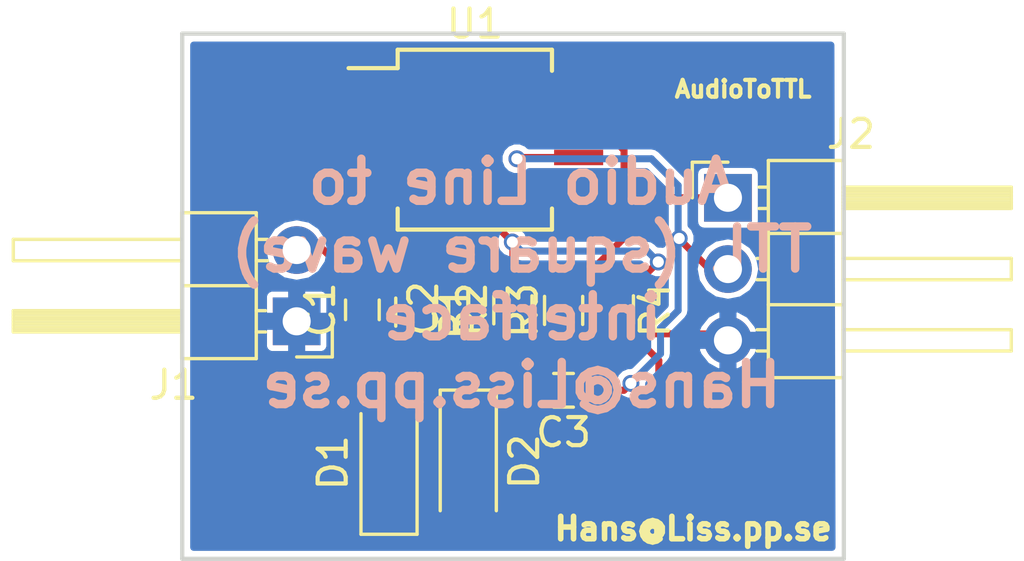
<source format=kicad_pcb>
(kicad_pcb (version 4) (host pcbnew 4.0.7)

  (general
    (links 20)
    (no_connects 0)
    (area 133.589959 97.491479 157.321321 116.361281)
    (thickness 1.6)
    (drawings 7)
    (tracks 92)
    (zones 0)
    (modules 12)
    (nets 12)
  )

  (page A4)
  (layers
    (0 F.Cu signal)
    (31 B.Cu signal)
    (32 B.Adhes user)
    (33 F.Adhes user)
    (34 B.Paste user)
    (35 F.Paste user)
    (36 B.SilkS user)
    (37 F.SilkS user)
    (38 B.Mask user)
    (39 F.Mask user)
    (40 Dwgs.User user)
    (41 Cmts.User user)
    (42 Eco1.User user)
    (43 Eco2.User user)
    (44 Edge.Cuts user)
    (45 Margin user)
    (46 B.CrtYd user)
    (47 F.CrtYd user)
    (48 B.Fab user)
    (49 F.Fab user)
  )

  (setup
    (last_trace_width 0.25)
    (trace_clearance 0.2)
    (zone_clearance 0.208)
    (zone_45_only no)
    (trace_min 0.2)
    (segment_width 0.2)
    (edge_width 0.15)
    (via_size 0.6)
    (via_drill 0.4)
    (via_min_size 0.4)
    (via_min_drill 0.3)
    (uvia_size 0.3)
    (uvia_drill 0.1)
    (uvias_allowed no)
    (uvia_min_size 0.2)
    (uvia_min_drill 0.1)
    (pcb_text_width 0.3)
    (pcb_text_size 1.5 1.5)
    (mod_edge_width 0.15)
    (mod_text_size 1 1)
    (mod_text_width 0.15)
    (pad_size 1.524 1.524)
    (pad_drill 0.762)
    (pad_to_mask_clearance 0.2)
    (aux_axis_origin 0 0)
    (visible_elements 7FFFFFFF)
    (pcbplotparams
      (layerselection 0x3d3f0_80000001)
      (usegerberextensions false)
      (excludeedgelayer true)
      (linewidth 0.100000)
      (plotframeref false)
      (viasonmask false)
      (mode 1)
      (useauxorigin false)
      (hpglpennumber 1)
      (hpglpenspeed 20)
      (hpglpendiameter 15)
      (hpglpenoverlay 2)
      (psnegative false)
      (psa4output false)
      (plotreference true)
      (plotvalue true)
      (plotinvisibletext false)
      (padsonsilk false)
      (subtractmaskfromsilk false)
      (outputformat 1)
      (mirror false)
      (drillshape 0)
      (scaleselection 1)
      (outputdirectory Gerber/))
  )

  (net 0 "")
  (net 1 /LINE_IN)
  (net 2 "Net-(C1-Pad1)")
  (net 3 "Net-(C2-Pad2)")
  (net 4 "Net-(C2-Pad1)")
  (net 5 /DOUT)
  (net 6 GND)
  (net 7 VCC)
  (net 8 "Net-(R2-Pad2)")
  (net 9 "Net-(U1-Pad1)")
  (net 10 "Net-(U1-Pad5)")
  (net 11 "Net-(U1-Pad8)")

  (net_class Default "This is the default net class."
    (clearance 0.2)
    (trace_width 0.25)
    (via_dia 0.6)
    (via_drill 0.4)
    (uvia_dia 0.3)
    (uvia_drill 0.1)
    (add_net /DOUT)
    (add_net /LINE_IN)
    (add_net GND)
    (add_net "Net-(C1-Pad1)")
    (add_net "Net-(C2-Pad1)")
    (add_net "Net-(C2-Pad2)")
    (add_net "Net-(R2-Pad2)")
    (add_net "Net-(U1-Pad1)")
    (add_net "Net-(U1-Pad5)")
    (add_net "Net-(U1-Pad8)")
    (add_net VCC)
  )

  (module Capacitors_SMD:C_0603 (layer F.Cu) (tedit 59958EE7) (tstamp 5B4A7B6D)
    (at 140.08608 107.41152 90)
    (descr "Capacitor SMD 0603, reflow soldering, AVX (see smccp.pdf)")
    (tags "capacitor 0603")
    (path /5B4B088C)
    (attr smd)
    (fp_text reference C1 (at 0 -1.5 90) (layer F.SilkS)
      (effects (font (size 1 1) (thickness 0.15)))
    )
    (fp_text value 22nF (at 0 1.5 90) (layer F.Fab)
      (effects (font (size 1 1) (thickness 0.15)))
    )
    (fp_line (start 1.4 0.65) (end -1.4 0.65) (layer F.CrtYd) (width 0.05))
    (fp_line (start 1.4 0.65) (end 1.4 -0.65) (layer F.CrtYd) (width 0.05))
    (fp_line (start -1.4 -0.65) (end -1.4 0.65) (layer F.CrtYd) (width 0.05))
    (fp_line (start -1.4 -0.65) (end 1.4 -0.65) (layer F.CrtYd) (width 0.05))
    (fp_line (start 0.35 0.6) (end -0.35 0.6) (layer F.SilkS) (width 0.12))
    (fp_line (start -0.35 -0.6) (end 0.35 -0.6) (layer F.SilkS) (width 0.12))
    (fp_line (start -0.8 -0.4) (end 0.8 -0.4) (layer F.Fab) (width 0.1))
    (fp_line (start 0.8 -0.4) (end 0.8 0.4) (layer F.Fab) (width 0.1))
    (fp_line (start 0.8 0.4) (end -0.8 0.4) (layer F.Fab) (width 0.1))
    (fp_line (start -0.8 0.4) (end -0.8 -0.4) (layer F.Fab) (width 0.1))
    (fp_text user %R (at 0 0 90) (layer F.Fab)
      (effects (font (size 0.3 0.3) (thickness 0.075)))
    )
    (pad 2 smd rect (at 0.75 0 90) (size 0.8 0.75) (layers F.Cu F.Paste F.Mask)
      (net 1 /LINE_IN))
    (pad 1 smd rect (at -0.75 0 90) (size 0.8 0.75) (layers F.Cu F.Paste F.Mask)
      (net 2 "Net-(C1-Pad1)"))
    (model Capacitors_SMD.3dshapes/C_0603.wrl
      (at (xyz 0 0 0))
      (scale (xyz 1 1 1))
      (rotate (xyz 0 0 0))
    )
  )

  (module Capacitors_SMD:C_0603 (layer F.Cu) (tedit 59958EE7) (tstamp 5B4A7B73)
    (at 143.764 107.37088 90)
    (descr "Capacitor SMD 0603, reflow soldering, AVX (see smccp.pdf)")
    (tags "capacitor 0603")
    (path /5B4B090F)
    (attr smd)
    (fp_text reference C2 (at 0 -1.5 90) (layer F.SilkS)
      (effects (font (size 1 1) (thickness 0.15)))
    )
    (fp_text value 22n (at 0 1.5 90) (layer F.Fab)
      (effects (font (size 1 1) (thickness 0.15)))
    )
    (fp_line (start 1.4 0.65) (end -1.4 0.65) (layer F.CrtYd) (width 0.05))
    (fp_line (start 1.4 0.65) (end 1.4 -0.65) (layer F.CrtYd) (width 0.05))
    (fp_line (start -1.4 -0.65) (end -1.4 0.65) (layer F.CrtYd) (width 0.05))
    (fp_line (start -1.4 -0.65) (end 1.4 -0.65) (layer F.CrtYd) (width 0.05))
    (fp_line (start 0.35 0.6) (end -0.35 0.6) (layer F.SilkS) (width 0.12))
    (fp_line (start -0.35 -0.6) (end 0.35 -0.6) (layer F.SilkS) (width 0.12))
    (fp_line (start -0.8 -0.4) (end 0.8 -0.4) (layer F.Fab) (width 0.1))
    (fp_line (start 0.8 -0.4) (end 0.8 0.4) (layer F.Fab) (width 0.1))
    (fp_line (start 0.8 0.4) (end -0.8 0.4) (layer F.Fab) (width 0.1))
    (fp_line (start -0.8 0.4) (end -0.8 -0.4) (layer F.Fab) (width 0.1))
    (fp_text user %R (at 0 0 90) (layer F.Fab)
      (effects (font (size 0.3 0.3) (thickness 0.075)))
    )
    (pad 2 smd rect (at 0.75 0 90) (size 0.8 0.75) (layers F.Cu F.Paste F.Mask)
      (net 3 "Net-(C2-Pad2)"))
    (pad 1 smd rect (at -0.75 0 90) (size 0.8 0.75) (layers F.Cu F.Paste F.Mask)
      (net 4 "Net-(C2-Pad1)"))
    (model Capacitors_SMD.3dshapes/C_0603.wrl
      (at (xyz 0 0 0))
      (scale (xyz 1 1 1))
      (rotate (xyz 0 0 0))
    )
  )

  (module Capacitors_SMD:C_0603 (layer F.Cu) (tedit 59958EE7) (tstamp 5B4A7B79)
    (at 147.2565 110.27918 180)
    (descr "Capacitor SMD 0603, reflow soldering, AVX (see smccp.pdf)")
    (tags "capacitor 0603")
    (path /5B4B0A48)
    (attr smd)
    (fp_text reference C3 (at 0 -1.5 180) (layer F.SilkS)
      (effects (font (size 1 1) (thickness 0.15)))
    )
    (fp_text value 3p3 (at 0 1.5 180) (layer F.Fab)
      (effects (font (size 1 1) (thickness 0.15)))
    )
    (fp_line (start 1.4 0.65) (end -1.4 0.65) (layer F.CrtYd) (width 0.05))
    (fp_line (start 1.4 0.65) (end 1.4 -0.65) (layer F.CrtYd) (width 0.05))
    (fp_line (start -1.4 -0.65) (end -1.4 0.65) (layer F.CrtYd) (width 0.05))
    (fp_line (start -1.4 -0.65) (end 1.4 -0.65) (layer F.CrtYd) (width 0.05))
    (fp_line (start 0.35 0.6) (end -0.35 0.6) (layer F.SilkS) (width 0.12))
    (fp_line (start -0.35 -0.6) (end 0.35 -0.6) (layer F.SilkS) (width 0.12))
    (fp_line (start -0.8 -0.4) (end 0.8 -0.4) (layer F.Fab) (width 0.1))
    (fp_line (start 0.8 -0.4) (end 0.8 0.4) (layer F.Fab) (width 0.1))
    (fp_line (start 0.8 0.4) (end -0.8 0.4) (layer F.Fab) (width 0.1))
    (fp_line (start -0.8 0.4) (end -0.8 -0.4) (layer F.Fab) (width 0.1))
    (fp_text user %R (at 0 0 180) (layer F.Fab)
      (effects (font (size 0.3 0.3) (thickness 0.075)))
    )
    (pad 2 smd rect (at 0.75 0 180) (size 0.8 0.75) (layers F.Cu F.Paste F.Mask)
      (net 4 "Net-(C2-Pad1)"))
    (pad 1 smd rect (at -0.75 0 180) (size 0.8 0.75) (layers F.Cu F.Paste F.Mask)
      (net 5 /DOUT))
    (model Capacitors_SMD.3dshapes/C_0603.wrl
      (at (xyz 0 0 0))
      (scale (xyz 1 1 1))
      (rotate (xyz 0 0 0))
    )
  )

  (module Diodes_SMD:D_MiniMELF (layer F.Cu) (tedit 5905D8F5) (tstamp 5B4A7B7F)
    (at 141.03604 112.86236 90)
    (descr "Diode Mini-MELF")
    (tags "Diode Mini-MELF")
    (path /5B4B0AB5)
    (attr smd)
    (fp_text reference D1 (at 0 -2 90) (layer F.SilkS)
      (effects (font (size 1 1) (thickness 0.15)))
    )
    (fp_text value DUS (at 0 1.75 90) (layer F.Fab)
      (effects (font (size 1 1) (thickness 0.15)))
    )
    (fp_text user %R (at 0 -2 90) (layer F.Fab)
      (effects (font (size 1 1) (thickness 0.15)))
    )
    (fp_line (start 1.75 -1) (end -2.55 -1) (layer F.SilkS) (width 0.12))
    (fp_line (start -2.55 -1) (end -2.55 1) (layer F.SilkS) (width 0.12))
    (fp_line (start -2.55 1) (end 1.75 1) (layer F.SilkS) (width 0.12))
    (fp_line (start 1.65 -0.8) (end 1.65 0.8) (layer F.Fab) (width 0.1))
    (fp_line (start 1.65 0.8) (end -1.65 0.8) (layer F.Fab) (width 0.1))
    (fp_line (start -1.65 0.8) (end -1.65 -0.8) (layer F.Fab) (width 0.1))
    (fp_line (start -1.65 -0.8) (end 1.65 -0.8) (layer F.Fab) (width 0.1))
    (fp_line (start 0.25 0) (end 0.75 0) (layer F.Fab) (width 0.1))
    (fp_line (start 0.25 0.4) (end -0.35 0) (layer F.Fab) (width 0.1))
    (fp_line (start 0.25 -0.4) (end 0.25 0.4) (layer F.Fab) (width 0.1))
    (fp_line (start -0.35 0) (end 0.25 -0.4) (layer F.Fab) (width 0.1))
    (fp_line (start -0.35 0) (end -0.35 0.55) (layer F.Fab) (width 0.1))
    (fp_line (start -0.35 0) (end -0.35 -0.55) (layer F.Fab) (width 0.1))
    (fp_line (start -0.75 0) (end -0.35 0) (layer F.Fab) (width 0.1))
    (fp_line (start -2.65 -1.1) (end 2.65 -1.1) (layer F.CrtYd) (width 0.05))
    (fp_line (start 2.65 -1.1) (end 2.65 1.1) (layer F.CrtYd) (width 0.05))
    (fp_line (start 2.65 1.1) (end -2.65 1.1) (layer F.CrtYd) (width 0.05))
    (fp_line (start -2.65 1.1) (end -2.65 -1.1) (layer F.CrtYd) (width 0.05))
    (pad 1 smd rect (at -1.75 0 90) (size 1.3 1.7) (layers F.Cu F.Paste F.Mask)
      (net 6 GND))
    (pad 2 smd rect (at 1.75 0 90) (size 1.3 1.7) (layers F.Cu F.Paste F.Mask)
      (net 3 "Net-(C2-Pad2)"))
    (model ${KISYS3DMOD}/Diodes_SMD.3dshapes/D_MiniMELF.wrl
      (at (xyz 0 0 0))
      (scale (xyz 1 1 1))
      (rotate (xyz 0 0 0))
    )
  )

  (module Diodes_SMD:D_MiniMELF (layer F.Cu) (tedit 5905D8F5) (tstamp 5B4A7B85)
    (at 143.86052 112.82172 270)
    (descr "Diode Mini-MELF")
    (tags "Diode Mini-MELF")
    (path /5B4B0AF0)
    (attr smd)
    (fp_text reference D2 (at 0 -2 270) (layer F.SilkS)
      (effects (font (size 1 1) (thickness 0.15)))
    )
    (fp_text value DUS (at 0 1.75 270) (layer F.Fab)
      (effects (font (size 1 1) (thickness 0.15)))
    )
    (fp_text user %R (at 0 -2 270) (layer F.Fab)
      (effects (font (size 1 1) (thickness 0.15)))
    )
    (fp_line (start 1.75 -1) (end -2.55 -1) (layer F.SilkS) (width 0.12))
    (fp_line (start -2.55 -1) (end -2.55 1) (layer F.SilkS) (width 0.12))
    (fp_line (start -2.55 1) (end 1.75 1) (layer F.SilkS) (width 0.12))
    (fp_line (start 1.65 -0.8) (end 1.65 0.8) (layer F.Fab) (width 0.1))
    (fp_line (start 1.65 0.8) (end -1.65 0.8) (layer F.Fab) (width 0.1))
    (fp_line (start -1.65 0.8) (end -1.65 -0.8) (layer F.Fab) (width 0.1))
    (fp_line (start -1.65 -0.8) (end 1.65 -0.8) (layer F.Fab) (width 0.1))
    (fp_line (start 0.25 0) (end 0.75 0) (layer F.Fab) (width 0.1))
    (fp_line (start 0.25 0.4) (end -0.35 0) (layer F.Fab) (width 0.1))
    (fp_line (start 0.25 -0.4) (end 0.25 0.4) (layer F.Fab) (width 0.1))
    (fp_line (start -0.35 0) (end 0.25 -0.4) (layer F.Fab) (width 0.1))
    (fp_line (start -0.35 0) (end -0.35 0.55) (layer F.Fab) (width 0.1))
    (fp_line (start -0.35 0) (end -0.35 -0.55) (layer F.Fab) (width 0.1))
    (fp_line (start -0.75 0) (end -0.35 0) (layer F.Fab) (width 0.1))
    (fp_line (start -2.65 -1.1) (end 2.65 -1.1) (layer F.CrtYd) (width 0.05))
    (fp_line (start 2.65 -1.1) (end 2.65 1.1) (layer F.CrtYd) (width 0.05))
    (fp_line (start 2.65 1.1) (end -2.65 1.1) (layer F.CrtYd) (width 0.05))
    (fp_line (start -2.65 1.1) (end -2.65 -1.1) (layer F.CrtYd) (width 0.05))
    (pad 1 smd rect (at -1.75 0 270) (size 1.3 1.7) (layers F.Cu F.Paste F.Mask)
      (net 3 "Net-(C2-Pad2)"))
    (pad 2 smd rect (at 1.75 0 270) (size 1.3 1.7) (layers F.Cu F.Paste F.Mask)
      (net 6 GND))
    (model ${KISYS3DMOD}/Diodes_SMD.3dshapes/D_MiniMELF.wrl
      (at (xyz 0 0 0))
      (scale (xyz 1 1 1))
      (rotate (xyz 0 0 0))
    )
  )

  (module Pin_Headers:Pin_Header_Angled_1x02_Pitch2.54mm (layer F.Cu) (tedit 59650532) (tstamp 5B4A7B8B)
    (at 137.7442 107.82046 180)
    (descr "Through hole angled pin header, 1x02, 2.54mm pitch, 6mm pin length, single row")
    (tags "Through hole angled pin header THT 1x02 2.54mm single row")
    (path /5B4B0EB6)
    (fp_text reference J1 (at 4.385 -2.27 180) (layer F.SilkS)
      (effects (font (size 1 1) (thickness 0.15)))
    )
    (fp_text value Audio_in (at 4.385 4.81 180) (layer F.Fab)
      (effects (font (size 1 1) (thickness 0.15)))
    )
    (fp_line (start 2.135 -1.27) (end 4.04 -1.27) (layer F.Fab) (width 0.1))
    (fp_line (start 4.04 -1.27) (end 4.04 3.81) (layer F.Fab) (width 0.1))
    (fp_line (start 4.04 3.81) (end 1.5 3.81) (layer F.Fab) (width 0.1))
    (fp_line (start 1.5 3.81) (end 1.5 -0.635) (layer F.Fab) (width 0.1))
    (fp_line (start 1.5 -0.635) (end 2.135 -1.27) (layer F.Fab) (width 0.1))
    (fp_line (start -0.32 -0.32) (end 1.5 -0.32) (layer F.Fab) (width 0.1))
    (fp_line (start -0.32 -0.32) (end -0.32 0.32) (layer F.Fab) (width 0.1))
    (fp_line (start -0.32 0.32) (end 1.5 0.32) (layer F.Fab) (width 0.1))
    (fp_line (start 4.04 -0.32) (end 10.04 -0.32) (layer F.Fab) (width 0.1))
    (fp_line (start 10.04 -0.32) (end 10.04 0.32) (layer F.Fab) (width 0.1))
    (fp_line (start 4.04 0.32) (end 10.04 0.32) (layer F.Fab) (width 0.1))
    (fp_line (start -0.32 2.22) (end 1.5 2.22) (layer F.Fab) (width 0.1))
    (fp_line (start -0.32 2.22) (end -0.32 2.86) (layer F.Fab) (width 0.1))
    (fp_line (start -0.32 2.86) (end 1.5 2.86) (layer F.Fab) (width 0.1))
    (fp_line (start 4.04 2.22) (end 10.04 2.22) (layer F.Fab) (width 0.1))
    (fp_line (start 10.04 2.22) (end 10.04 2.86) (layer F.Fab) (width 0.1))
    (fp_line (start 4.04 2.86) (end 10.04 2.86) (layer F.Fab) (width 0.1))
    (fp_line (start 1.44 -1.33) (end 1.44 3.87) (layer F.SilkS) (width 0.12))
    (fp_line (start 1.44 3.87) (end 4.1 3.87) (layer F.SilkS) (width 0.12))
    (fp_line (start 4.1 3.87) (end 4.1 -1.33) (layer F.SilkS) (width 0.12))
    (fp_line (start 4.1 -1.33) (end 1.44 -1.33) (layer F.SilkS) (width 0.12))
    (fp_line (start 4.1 -0.38) (end 10.1 -0.38) (layer F.SilkS) (width 0.12))
    (fp_line (start 10.1 -0.38) (end 10.1 0.38) (layer F.SilkS) (width 0.12))
    (fp_line (start 10.1 0.38) (end 4.1 0.38) (layer F.SilkS) (width 0.12))
    (fp_line (start 4.1 -0.32) (end 10.1 -0.32) (layer F.SilkS) (width 0.12))
    (fp_line (start 4.1 -0.2) (end 10.1 -0.2) (layer F.SilkS) (width 0.12))
    (fp_line (start 4.1 -0.08) (end 10.1 -0.08) (layer F.SilkS) (width 0.12))
    (fp_line (start 4.1 0.04) (end 10.1 0.04) (layer F.SilkS) (width 0.12))
    (fp_line (start 4.1 0.16) (end 10.1 0.16) (layer F.SilkS) (width 0.12))
    (fp_line (start 4.1 0.28) (end 10.1 0.28) (layer F.SilkS) (width 0.12))
    (fp_line (start 1.11 -0.38) (end 1.44 -0.38) (layer F.SilkS) (width 0.12))
    (fp_line (start 1.11 0.38) (end 1.44 0.38) (layer F.SilkS) (width 0.12))
    (fp_line (start 1.44 1.27) (end 4.1 1.27) (layer F.SilkS) (width 0.12))
    (fp_line (start 4.1 2.16) (end 10.1 2.16) (layer F.SilkS) (width 0.12))
    (fp_line (start 10.1 2.16) (end 10.1 2.92) (layer F.SilkS) (width 0.12))
    (fp_line (start 10.1 2.92) (end 4.1 2.92) (layer F.SilkS) (width 0.12))
    (fp_line (start 1.042929 2.16) (end 1.44 2.16) (layer F.SilkS) (width 0.12))
    (fp_line (start 1.042929 2.92) (end 1.44 2.92) (layer F.SilkS) (width 0.12))
    (fp_line (start -1.27 0) (end -1.27 -1.27) (layer F.SilkS) (width 0.12))
    (fp_line (start -1.27 -1.27) (end 0 -1.27) (layer F.SilkS) (width 0.12))
    (fp_line (start -1.8 -1.8) (end -1.8 4.35) (layer F.CrtYd) (width 0.05))
    (fp_line (start -1.8 4.35) (end 10.55 4.35) (layer F.CrtYd) (width 0.05))
    (fp_line (start 10.55 4.35) (end 10.55 -1.8) (layer F.CrtYd) (width 0.05))
    (fp_line (start 10.55 -1.8) (end -1.8 -1.8) (layer F.CrtYd) (width 0.05))
    (fp_text user %R (at 2.77 1.27 270) (layer F.Fab)
      (effects (font (size 1 1) (thickness 0.15)))
    )
    (pad 1 thru_hole rect (at 0 0 180) (size 1.7 1.7) (drill 1) (layers *.Cu *.Mask)
      (net 6 GND))
    (pad 2 thru_hole oval (at 0 2.54 180) (size 1.7 1.7) (drill 1) (layers *.Cu *.Mask)
      (net 1 /LINE_IN))
    (model ${KISYS3DMOD}/Pin_Headers.3dshapes/Pin_Header_Angled_1x02_Pitch2.54mm.wrl
      (at (xyz 0 0 0))
      (scale (xyz 1 1 1))
      (rotate (xyz 0 0 0))
    )
  )

  (module Pin_Headers:Pin_Header_Angled_1x03_Pitch2.54mm (layer F.Cu) (tedit 59650532) (tstamp 5B4A7B92)
    (at 153.11628 103.41864)
    (descr "Through hole angled pin header, 1x03, 2.54mm pitch, 6mm pin length, single row")
    (tags "Through hole angled pin header THT 1x03 2.54mm single row")
    (path /5B4B1836)
    (fp_text reference J2 (at 4.385 -2.27) (layer F.SilkS)
      (effects (font (size 1 1) (thickness 0.15)))
    )
    (fp_text value TTL_out (at 4.385 7.35) (layer F.Fab)
      (effects (font (size 1 1) (thickness 0.15)))
    )
    (fp_line (start 2.135 -1.27) (end 4.04 -1.27) (layer F.Fab) (width 0.1))
    (fp_line (start 4.04 -1.27) (end 4.04 6.35) (layer F.Fab) (width 0.1))
    (fp_line (start 4.04 6.35) (end 1.5 6.35) (layer F.Fab) (width 0.1))
    (fp_line (start 1.5 6.35) (end 1.5 -0.635) (layer F.Fab) (width 0.1))
    (fp_line (start 1.5 -0.635) (end 2.135 -1.27) (layer F.Fab) (width 0.1))
    (fp_line (start -0.32 -0.32) (end 1.5 -0.32) (layer F.Fab) (width 0.1))
    (fp_line (start -0.32 -0.32) (end -0.32 0.32) (layer F.Fab) (width 0.1))
    (fp_line (start -0.32 0.32) (end 1.5 0.32) (layer F.Fab) (width 0.1))
    (fp_line (start 4.04 -0.32) (end 10.04 -0.32) (layer F.Fab) (width 0.1))
    (fp_line (start 10.04 -0.32) (end 10.04 0.32) (layer F.Fab) (width 0.1))
    (fp_line (start 4.04 0.32) (end 10.04 0.32) (layer F.Fab) (width 0.1))
    (fp_line (start -0.32 2.22) (end 1.5 2.22) (layer F.Fab) (width 0.1))
    (fp_line (start -0.32 2.22) (end -0.32 2.86) (layer F.Fab) (width 0.1))
    (fp_line (start -0.32 2.86) (end 1.5 2.86) (layer F.Fab) (width 0.1))
    (fp_line (start 4.04 2.22) (end 10.04 2.22) (layer F.Fab) (width 0.1))
    (fp_line (start 10.04 2.22) (end 10.04 2.86) (layer F.Fab) (width 0.1))
    (fp_line (start 4.04 2.86) (end 10.04 2.86) (layer F.Fab) (width 0.1))
    (fp_line (start -0.32 4.76) (end 1.5 4.76) (layer F.Fab) (width 0.1))
    (fp_line (start -0.32 4.76) (end -0.32 5.4) (layer F.Fab) (width 0.1))
    (fp_line (start -0.32 5.4) (end 1.5 5.4) (layer F.Fab) (width 0.1))
    (fp_line (start 4.04 4.76) (end 10.04 4.76) (layer F.Fab) (width 0.1))
    (fp_line (start 10.04 4.76) (end 10.04 5.4) (layer F.Fab) (width 0.1))
    (fp_line (start 4.04 5.4) (end 10.04 5.4) (layer F.Fab) (width 0.1))
    (fp_line (start 1.44 -1.33) (end 1.44 6.41) (layer F.SilkS) (width 0.12))
    (fp_line (start 1.44 6.41) (end 4.1 6.41) (layer F.SilkS) (width 0.12))
    (fp_line (start 4.1 6.41) (end 4.1 -1.33) (layer F.SilkS) (width 0.12))
    (fp_line (start 4.1 -1.33) (end 1.44 -1.33) (layer F.SilkS) (width 0.12))
    (fp_line (start 4.1 -0.38) (end 10.1 -0.38) (layer F.SilkS) (width 0.12))
    (fp_line (start 10.1 -0.38) (end 10.1 0.38) (layer F.SilkS) (width 0.12))
    (fp_line (start 10.1 0.38) (end 4.1 0.38) (layer F.SilkS) (width 0.12))
    (fp_line (start 4.1 -0.32) (end 10.1 -0.32) (layer F.SilkS) (width 0.12))
    (fp_line (start 4.1 -0.2) (end 10.1 -0.2) (layer F.SilkS) (width 0.12))
    (fp_line (start 4.1 -0.08) (end 10.1 -0.08) (layer F.SilkS) (width 0.12))
    (fp_line (start 4.1 0.04) (end 10.1 0.04) (layer F.SilkS) (width 0.12))
    (fp_line (start 4.1 0.16) (end 10.1 0.16) (layer F.SilkS) (width 0.12))
    (fp_line (start 4.1 0.28) (end 10.1 0.28) (layer F.SilkS) (width 0.12))
    (fp_line (start 1.11 -0.38) (end 1.44 -0.38) (layer F.SilkS) (width 0.12))
    (fp_line (start 1.11 0.38) (end 1.44 0.38) (layer F.SilkS) (width 0.12))
    (fp_line (start 1.44 1.27) (end 4.1 1.27) (layer F.SilkS) (width 0.12))
    (fp_line (start 4.1 2.16) (end 10.1 2.16) (layer F.SilkS) (width 0.12))
    (fp_line (start 10.1 2.16) (end 10.1 2.92) (layer F.SilkS) (width 0.12))
    (fp_line (start 10.1 2.92) (end 4.1 2.92) (layer F.SilkS) (width 0.12))
    (fp_line (start 1.042929 2.16) (end 1.44 2.16) (layer F.SilkS) (width 0.12))
    (fp_line (start 1.042929 2.92) (end 1.44 2.92) (layer F.SilkS) (width 0.12))
    (fp_line (start 1.44 3.81) (end 4.1 3.81) (layer F.SilkS) (width 0.12))
    (fp_line (start 4.1 4.7) (end 10.1 4.7) (layer F.SilkS) (width 0.12))
    (fp_line (start 10.1 4.7) (end 10.1 5.46) (layer F.SilkS) (width 0.12))
    (fp_line (start 10.1 5.46) (end 4.1 5.46) (layer F.SilkS) (width 0.12))
    (fp_line (start 1.042929 4.7) (end 1.44 4.7) (layer F.SilkS) (width 0.12))
    (fp_line (start 1.042929 5.46) (end 1.44 5.46) (layer F.SilkS) (width 0.12))
    (fp_line (start -1.27 0) (end -1.27 -1.27) (layer F.SilkS) (width 0.12))
    (fp_line (start -1.27 -1.27) (end 0 -1.27) (layer F.SilkS) (width 0.12))
    (fp_line (start -1.8 -1.8) (end -1.8 6.85) (layer F.CrtYd) (width 0.05))
    (fp_line (start -1.8 6.85) (end 10.55 6.85) (layer F.CrtYd) (width 0.05))
    (fp_line (start 10.55 6.85) (end 10.55 -1.8) (layer F.CrtYd) (width 0.05))
    (fp_line (start 10.55 -1.8) (end -1.8 -1.8) (layer F.CrtYd) (width 0.05))
    (fp_text user %R (at 2.77 2.54 90) (layer F.Fab)
      (effects (font (size 1 1) (thickness 0.15)))
    )
    (pad 1 thru_hole rect (at 0 0) (size 1.7 1.7) (drill 1) (layers *.Cu *.Mask)
      (net 7 VCC))
    (pad 2 thru_hole oval (at 0 2.54) (size 1.7 1.7) (drill 1) (layers *.Cu *.Mask)
      (net 5 /DOUT))
    (pad 3 thru_hole oval (at 0 5.08) (size 1.7 1.7) (drill 1) (layers *.Cu *.Mask)
      (net 6 GND))
    (model ${KISYS3DMOD}/Pin_Headers.3dshapes/Pin_Header_Angled_1x03_Pitch2.54mm.wrl
      (at (xyz 0 0 0))
      (scale (xyz 1 1 1))
      (rotate (xyz 0 0 0))
    )
  )

  (module Resistors_SMD:R_0603 (layer F.Cu) (tedit 58E0A804) (tstamp 5B4A7B98)
    (at 141.95552 107.4928 270)
    (descr "Resistor SMD 0603, reflow soldering, Vishay (see dcrcw.pdf)")
    (tags "resistor 0603")
    (path /5B4B08E8)
    (attr smd)
    (fp_text reference R1 (at 0 -1.45 270) (layer F.SilkS)
      (effects (font (size 1 1) (thickness 0.15)))
    )
    (fp_text value 560k (at 0 1.5 270) (layer F.Fab)
      (effects (font (size 1 1) (thickness 0.15)))
    )
    (fp_text user %R (at 0 0 270) (layer F.Fab)
      (effects (font (size 0.4 0.4) (thickness 0.075)))
    )
    (fp_line (start -0.8 0.4) (end -0.8 -0.4) (layer F.Fab) (width 0.1))
    (fp_line (start 0.8 0.4) (end -0.8 0.4) (layer F.Fab) (width 0.1))
    (fp_line (start 0.8 -0.4) (end 0.8 0.4) (layer F.Fab) (width 0.1))
    (fp_line (start -0.8 -0.4) (end 0.8 -0.4) (layer F.Fab) (width 0.1))
    (fp_line (start 0.5 0.68) (end -0.5 0.68) (layer F.SilkS) (width 0.12))
    (fp_line (start -0.5 -0.68) (end 0.5 -0.68) (layer F.SilkS) (width 0.12))
    (fp_line (start -1.25 -0.7) (end 1.25 -0.7) (layer F.CrtYd) (width 0.05))
    (fp_line (start -1.25 -0.7) (end -1.25 0.7) (layer F.CrtYd) (width 0.05))
    (fp_line (start 1.25 0.7) (end 1.25 -0.7) (layer F.CrtYd) (width 0.05))
    (fp_line (start 1.25 0.7) (end -1.25 0.7) (layer F.CrtYd) (width 0.05))
    (pad 1 smd rect (at -0.75 0 270) (size 0.5 0.9) (layers F.Cu F.Paste F.Mask)
      (net 3 "Net-(C2-Pad2)"))
    (pad 2 smd rect (at 0.75 0 270) (size 0.5 0.9) (layers F.Cu F.Paste F.Mask)
      (net 2 "Net-(C1-Pad1)"))
    (model ${KISYS3DMOD}/Resistors_SMD.3dshapes/R_0603.wrl
      (at (xyz 0 0 0))
      (scale (xyz 1 1 1))
      (rotate (xyz 0 0 0))
    )
  )

  (module Resistors_SMD:R_0603 (layer F.Cu) (tedit 58E0A804) (tstamp 5B4A7B9E)
    (at 145.45056 107.41152 90)
    (descr "Resistor SMD 0603, reflow soldering, Vishay (see dcrcw.pdf)")
    (tags "resistor 0603")
    (path /5B4B094E)
    (attr smd)
    (fp_text reference R2 (at 0 -1.45 90) (layer F.SilkS)
      (effects (font (size 1 1) (thickness 0.15)))
    )
    (fp_text value 10M (at 0 1.5 90) (layer F.Fab)
      (effects (font (size 1 1) (thickness 0.15)))
    )
    (fp_text user %R (at 0 0 90) (layer F.Fab)
      (effects (font (size 0.4 0.4) (thickness 0.075)))
    )
    (fp_line (start -0.8 0.4) (end -0.8 -0.4) (layer F.Fab) (width 0.1))
    (fp_line (start 0.8 0.4) (end -0.8 0.4) (layer F.Fab) (width 0.1))
    (fp_line (start 0.8 -0.4) (end 0.8 0.4) (layer F.Fab) (width 0.1))
    (fp_line (start -0.8 -0.4) (end 0.8 -0.4) (layer F.Fab) (width 0.1))
    (fp_line (start 0.5 0.68) (end -0.5 0.68) (layer F.SilkS) (width 0.12))
    (fp_line (start -0.5 -0.68) (end 0.5 -0.68) (layer F.SilkS) (width 0.12))
    (fp_line (start -1.25 -0.7) (end 1.25 -0.7) (layer F.CrtYd) (width 0.05))
    (fp_line (start -1.25 -0.7) (end -1.25 0.7) (layer F.CrtYd) (width 0.05))
    (fp_line (start 1.25 0.7) (end 1.25 -0.7) (layer F.CrtYd) (width 0.05))
    (fp_line (start 1.25 0.7) (end -1.25 0.7) (layer F.CrtYd) (width 0.05))
    (pad 1 smd rect (at -0.75 0 90) (size 0.5 0.9) (layers F.Cu F.Paste F.Mask)
      (net 4 "Net-(C2-Pad1)"))
    (pad 2 smd rect (at 0.75 0 90) (size 0.5 0.9) (layers F.Cu F.Paste F.Mask)
      (net 8 "Net-(R2-Pad2)"))
    (model ${KISYS3DMOD}/Resistors_SMD.3dshapes/R_0603.wrl
      (at (xyz 0 0 0))
      (scale (xyz 1 1 1))
      (rotate (xyz 0 0 0))
    )
  )

  (module Resistors_SMD:R_0603 (layer F.Cu) (tedit 58E0A804) (tstamp 5B4A7BA4)
    (at 147.25904 107.43184 90)
    (descr "Resistor SMD 0603, reflow soldering, Vishay (see dcrcw.pdf)")
    (tags "resistor 0603")
    (path /5B4B097D)
    (attr smd)
    (fp_text reference R3 (at 0 -1.45 90) (layer F.SilkS)
      (effects (font (size 1 1) (thickness 0.15)))
    )
    (fp_text value 2k2 (at 0 1.5 90) (layer F.Fab)
      (effects (font (size 1 1) (thickness 0.15)))
    )
    (fp_text user %R (at 0 0 90) (layer F.Fab)
      (effects (font (size 0.4 0.4) (thickness 0.075)))
    )
    (fp_line (start -0.8 0.4) (end -0.8 -0.4) (layer F.Fab) (width 0.1))
    (fp_line (start 0.8 0.4) (end -0.8 0.4) (layer F.Fab) (width 0.1))
    (fp_line (start 0.8 -0.4) (end 0.8 0.4) (layer F.Fab) (width 0.1))
    (fp_line (start -0.8 -0.4) (end 0.8 -0.4) (layer F.Fab) (width 0.1))
    (fp_line (start 0.5 0.68) (end -0.5 0.68) (layer F.SilkS) (width 0.12))
    (fp_line (start -0.5 -0.68) (end 0.5 -0.68) (layer F.SilkS) (width 0.12))
    (fp_line (start -1.25 -0.7) (end 1.25 -0.7) (layer F.CrtYd) (width 0.05))
    (fp_line (start -1.25 -0.7) (end -1.25 0.7) (layer F.CrtYd) (width 0.05))
    (fp_line (start 1.25 0.7) (end 1.25 -0.7) (layer F.CrtYd) (width 0.05))
    (fp_line (start 1.25 0.7) (end -1.25 0.7) (layer F.CrtYd) (width 0.05))
    (pad 1 smd rect (at -0.75 0 90) (size 0.5 0.9) (layers F.Cu F.Paste F.Mask)
      (net 7 VCC))
    (pad 2 smd rect (at 0.75 0 90) (size 0.5 0.9) (layers F.Cu F.Paste F.Mask)
      (net 8 "Net-(R2-Pad2)"))
    (model ${KISYS3DMOD}/Resistors_SMD.3dshapes/R_0603.wrl
      (at (xyz 0 0 0))
      (scale (xyz 1 1 1))
      (rotate (xyz 0 0 0))
    )
  )

  (module Resistors_SMD:R_0603 (layer F.Cu) (tedit 58E0A804) (tstamp 5B4A7BAA)
    (at 149.06752 107.41152 270)
    (descr "Resistor SMD 0603, reflow soldering, Vishay (see dcrcw.pdf)")
    (tags "resistor 0603")
    (path /5B4B09CE)
    (attr smd)
    (fp_text reference R4 (at 0 -1.45 270) (layer F.SilkS)
      (effects (font (size 1 1) (thickness 0.15)))
    )
    (fp_text value 2k2 (at 0 1.5 270) (layer F.Fab)
      (effects (font (size 1 1) (thickness 0.15)))
    )
    (fp_text user %R (at 0 0 270) (layer F.Fab)
      (effects (font (size 0.4 0.4) (thickness 0.075)))
    )
    (fp_line (start -0.8 0.4) (end -0.8 -0.4) (layer F.Fab) (width 0.1))
    (fp_line (start 0.8 0.4) (end -0.8 0.4) (layer F.Fab) (width 0.1))
    (fp_line (start 0.8 -0.4) (end 0.8 0.4) (layer F.Fab) (width 0.1))
    (fp_line (start -0.8 -0.4) (end 0.8 -0.4) (layer F.Fab) (width 0.1))
    (fp_line (start 0.5 0.68) (end -0.5 0.68) (layer F.SilkS) (width 0.12))
    (fp_line (start -0.5 -0.68) (end 0.5 -0.68) (layer F.SilkS) (width 0.12))
    (fp_line (start -1.25 -0.7) (end 1.25 -0.7) (layer F.CrtYd) (width 0.05))
    (fp_line (start -1.25 -0.7) (end -1.25 0.7) (layer F.CrtYd) (width 0.05))
    (fp_line (start 1.25 0.7) (end 1.25 -0.7) (layer F.CrtYd) (width 0.05))
    (fp_line (start 1.25 0.7) (end -1.25 0.7) (layer F.CrtYd) (width 0.05))
    (pad 1 smd rect (at -0.75 0 270) (size 0.5 0.9) (layers F.Cu F.Paste F.Mask)
      (net 8 "Net-(R2-Pad2)"))
    (pad 2 smd rect (at 0.75 0 270) (size 0.5 0.9) (layers F.Cu F.Paste F.Mask)
      (net 6 GND))
    (model ${KISYS3DMOD}/Resistors_SMD.3dshapes/R_0603.wrl
      (at (xyz 0 0 0))
      (scale (xyz 1 1 1))
      (rotate (xyz 0 0 0))
    )
  )

  (module Housings_SOIC:SO-8_5.3x6.2mm_Pitch1.27mm (layer F.Cu) (tedit 59920130) (tstamp 5B4A7BB6)
    (at 144.0942 101.346)
    (descr "8-Lead Plastic Small Outline, 5.3x6.2mm Body (http://www.ti.com.cn/cn/lit/ds/symlink/tl7705a.pdf)")
    (tags "SOIC 1.27")
    (path /5B4B0A15)
    (attr smd)
    (fp_text reference U1 (at 0 -4.13) (layer F.SilkS)
      (effects (font (size 1 1) (thickness 0.15)))
    )
    (fp_text value CA3130 (at 0 4.13) (layer F.Fab)
      (effects (font (size 1 1) (thickness 0.15)))
    )
    (fp_text user %R (at 0 0) (layer F.Fab)
      (effects (font (size 1 1) (thickness 0.15)))
    )
    (fp_line (start -1.65 -3.1) (end 2.65 -3.1) (layer F.Fab) (width 0.15))
    (fp_line (start 2.65 -3.1) (end 2.65 3.1) (layer F.Fab) (width 0.15))
    (fp_line (start 2.65 3.1) (end -2.65 3.1) (layer F.Fab) (width 0.15))
    (fp_line (start -2.65 3.1) (end -2.65 -2.1) (layer F.Fab) (width 0.15))
    (fp_line (start -2.65 -2.1) (end -1.65 -3.1) (layer F.Fab) (width 0.15))
    (fp_line (start -4.83 -3.35) (end -4.83 3.35) (layer F.CrtYd) (width 0.05))
    (fp_line (start 4.83 -3.35) (end 4.83 3.35) (layer F.CrtYd) (width 0.05))
    (fp_line (start -4.83 -3.35) (end 4.83 -3.35) (layer F.CrtYd) (width 0.05))
    (fp_line (start -4.83 3.35) (end 4.83 3.35) (layer F.CrtYd) (width 0.05))
    (fp_line (start -2.75 -3.205) (end -2.75 -2.55) (layer F.SilkS) (width 0.15))
    (fp_line (start 2.75 -3.205) (end 2.75 -2.455) (layer F.SilkS) (width 0.15))
    (fp_line (start 2.75 3.205) (end 2.75 2.455) (layer F.SilkS) (width 0.15))
    (fp_line (start -2.75 3.205) (end -2.75 2.455) (layer F.SilkS) (width 0.15))
    (fp_line (start -2.75 -3.205) (end 2.75 -3.205) (layer F.SilkS) (width 0.15))
    (fp_line (start -2.75 3.205) (end 2.75 3.205) (layer F.SilkS) (width 0.15))
    (fp_line (start -2.75 -2.55) (end -4.5 -2.55) (layer F.SilkS) (width 0.15))
    (pad 1 smd rect (at -3.7 -1.905) (size 1.75 0.55) (layers F.Cu F.Paste F.Mask)
      (net 9 "Net-(U1-Pad1)"))
    (pad 2 smd rect (at -3.7 -0.635) (size 1.75 0.55) (layers F.Cu F.Paste F.Mask)
      (net 8 "Net-(R2-Pad2)"))
    (pad 3 smd rect (at -3.7 0.635) (size 1.75 0.55) (layers F.Cu F.Paste F.Mask)
      (net 4 "Net-(C2-Pad1)"))
    (pad 4 smd rect (at -3.7 1.905) (size 1.75 0.55) (layers F.Cu F.Paste F.Mask)
      (net 6 GND))
    (pad 5 smd rect (at 3.7 1.905) (size 1.75 0.55) (layers F.Cu F.Paste F.Mask)
      (net 10 "Net-(U1-Pad5)"))
    (pad 6 smd rect (at 3.7 0.635) (size 1.75 0.55) (layers F.Cu F.Paste F.Mask)
      (net 5 /DOUT))
    (pad 7 smd rect (at 3.7 -0.635) (size 1.75 0.55) (layers F.Cu F.Paste F.Mask)
      (net 7 VCC))
    (pad 8 smd rect (at 3.7 -1.905) (size 1.75 0.55) (layers F.Cu F.Paste F.Mask)
      (net 11 "Net-(U1-Pad8)"))
    (model ${KISYS3DMOD}/Housings_SOIC.3dshapes/SO-8_5.3x6.2mm_Pitch1.27mm.wrl
      (at (xyz 0 0 0))
      (scale (xyz 1 1 1))
      (rotate (xyz 0 0 0))
    )
  )

  (gr_text Hans@Liss.pp.se (at 151.8793 115.21186) (layer F.SilkS)
    (effects (font (size 0.8 0.8) (thickness 0.2)))
  )
  (gr_text AudioToTTL (at 153.6573 99.54514) (layer F.SilkS)
    (effects (font (size 0.6 0.6) (thickness 0.15)))
  )
  (gr_text "Audio Line to\nTTL (square wave)\ninterface\nHans@Liss.pp.se" (at 145.76298 106.46918) (layer B.SilkS)
    (effects (font (size 1.5 1.5) (thickness 0.3)) (justify mirror))
  )
  (gr_line (start 133.66496 116.28628) (end 133.66496 97.56648) (angle 90) (layer Edge.Cuts) (width 0.15))
  (gr_line (start 157.24632 116.28628) (end 133.66496 116.28628) (angle 90) (layer Edge.Cuts) (width 0.15))
  (gr_line (start 157.24632 97.56648) (end 157.24632 116.28628) (angle 90) (layer Edge.Cuts) (width 0.15))
  (gr_line (start 133.66496 97.56648) (end 157.24632 97.56648) (angle 90) (layer Edge.Cuts) (width 0.15))

  (segment (start 137.7442 105.28046) (end 138.53992 105.11536) (width 0.25) (layer F.Cu) (net 1) (status 10))
  (segment (start 138.53992 105.11536) (end 140.08608 106.66152) (width 0.25) (layer F.Cu) (net 1) (tstamp 5B4A7C9D))
  (segment (start 140.08608 108.16152) (end 141.87424 108.16152) (width 0.25) (layer F.Cu) (net 2))
  (segment (start 141.87424 108.16152) (end 141.95552 108.2428) (width 0.25) (layer F.Cu) (net 2) (tstamp 5B4A7CD7))
  (segment (start 143.86052 111.07172) (end 143.86052 110.391) (width 0.25) (layer F.Cu) (net 3))
  (segment (start 143.86052 110.391) (end 142.80896 109.33944) (width 0.25) (layer F.Cu) (net 3) (tstamp 5B4A7CE4))
  (segment (start 141.95552 106.7428) (end 143.64208 106.7428) (width 0.25) (layer F.Cu) (net 3))
  (segment (start 143.64208 106.7428) (end 143.764 106.62088) (width 0.25) (layer F.Cu) (net 3) (tstamp 5B4A7CDA))
  (segment (start 143.764 106.62088) (end 142.96968 106.62088) (width 0.25) (layer F.Cu) (net 3) (tstamp 5B4A7CDB))
  (segment (start 142.96968 106.62088) (end 142.80896 106.7816) (width 0.25) (layer F.Cu) (net 3) (tstamp 5B4A7CDC))
  (segment (start 142.80896 106.7816) (end 142.80896 109.33944) (width 0.25) (layer F.Cu) (net 3) (tstamp 5B4A7CDD))
  (segment (start 142.80896 109.33944) (end 141.03604 111.11236) (width 0.25) (layer F.Cu) (net 3) (tstamp 5B4A7CDF))
  (segment (start 145.45056 108.16152) (end 143.80464 108.16152) (width 0.25) (layer F.Cu) (net 4))
  (segment (start 143.80464 108.16152) (end 143.764 108.12088) (width 0.25) (layer F.Cu) (net 4) (tstamp 5B4A7D07))
  (segment (start 145.45056 108.16152) (end 145.45056 109.22324) (width 0.25) (layer F.Cu) (net 4))
  (segment (start 145.45056 109.22324) (end 146.5065 110.27918) (width 0.25) (layer F.Cu) (net 4) (tstamp 5B4A7D02))
  (segment (start 143.764 108.12088) (end 143.96904 108.12088) (width 0.25) (layer F.Cu) (net 4))
  (segment (start 143.96904 108.12088) (end 144.51584 107.57408) (width 0.25) (layer F.Cu) (net 4) (tstamp 5B4A7CE8))
  (segment (start 144.51584 107.57408) (end 144.51584 105.80624) (width 0.25) (layer F.Cu) (net 4) (tstamp 5B4A7CEC))
  (segment (start 144.51584 105.80624) (end 141.91488 103.20528) (width 0.25) (layer F.Cu) (net 4) (tstamp 5B4A7CED))
  (segment (start 141.91488 103.20528) (end 141.91488 102.47376) (width 0.25) (layer F.Cu) (net 4) (tstamp 5B4A7CF1))
  (segment (start 141.91488 102.47376) (end 141.42212 101.981) (width 0.25) (layer F.Cu) (net 4) (tstamp 5B4A7CF2))
  (segment (start 141.42212 101.981) (end 140.3942 101.981) (width 0.25) (layer F.Cu) (net 4) (tstamp 5B4A7CF3))
  (segment (start 153.11628 105.95864) (end 152.45588 105.95864) (width 0.25) (layer F.Cu) (net 5))
  (segment (start 152.45588 105.95864) (end 151.37892 104.88168) (width 0.25) (layer F.Cu) (net 5) (tstamp 5B4A7DDD))
  (segment (start 151.37892 104.88168) (end 151.37892 104.86644) (width 0.25) (layer F.Cu) (net 5) (tstamp 5B4A7DE0))
  (via (at 151.37892 104.86644) (size 0.6) (drill 0.4) (layers F.Cu B.Cu) (net 5))
  (segment (start 151.37892 104.86644) (end 151.34082 104.86644) (width 0.25) (layer B.Cu) (net 5) (tstamp 5B4A7DEB))
  (segment (start 151.34082 104.86644) (end 151.37892 104.86644) (width 0.25) (layer B.Cu) (net 5) (tstamp 5B4A7DEC))
  (segment (start 151.37892 104.86644) (end 151.34082 104.86644) (width 0.25) (layer B.Cu) (net 5) (tstamp 5B4A7DEE))
  (segment (start 151.34082 107.43438) (end 151.34082 104.86644) (width 0.25) (layer B.Cu) (net 5))
  (segment (start 151.34082 104.86644) (end 151.34082 102.97922) (width 0.25) (layer B.Cu) (net 5) (tstamp 5B4A7DEF))
  (segment (start 145.63852 101.981) (end 147.7942 101.981) (width 0.25) (layer F.Cu) (net 5) (tstamp 5B4A7D56))
  (segment (start 145.5928 102.02672) (end 145.63852 101.981) (width 0.25) (layer F.Cu) (net 5) (tstamp 5B4A7D55))
  (via (at 145.5928 102.02672) (size 0.6) (drill 0.4) (layers F.Cu B.Cu) (net 5))
  (segment (start 150.38832 102.02672) (end 145.5928 102.02672) (width 0.25) (layer B.Cu) (net 5) (tstamp 5B4A7D52))
  (segment (start 151.34082 102.97922) (end 150.38832 102.02672) (width 0.25) (layer B.Cu) (net 5) (tstamp 5B4A7D4D))
  (segment (start 148.0065 110.27918) (end 149.41042 110.27918) (width 0.25) (layer F.Cu) (net 5))
  (segment (start 150.71344 108.06176) (end 151.34082 107.43438) (width 0.25) (layer B.Cu) (net 5) (tstamp 5B4A7D49))
  (segment (start 150.71344 108.97616) (end 150.71344 108.06176) (width 0.25) (layer B.Cu) (net 5) (tstamp 5B4A7D47))
  (segment (start 149.6568 110.0328) (end 150.71344 108.97616) (width 0.25) (layer B.Cu) (net 5) (tstamp 5B4A7D46))
  (via (at 149.6568 110.0328) (size 0.6) (drill 0.4) (layers F.Cu B.Cu) (net 5))
  (segment (start 149.41042 110.27918) (end 149.6568 110.0328) (width 0.25) (layer F.Cu) (net 5) (tstamp 5B4A7D43))
  (segment (start 141.03604 114.61236) (end 143.81988 114.61236) (width 0.25) (layer F.Cu) (net 6))
  (segment (start 143.81988 114.61236) (end 143.86052 114.57172) (width 0.25) (layer F.Cu) (net 6) (tstamp 5B4A7D8C))
  (segment (start 140.3942 103.251) (end 137.42162 103.251) (width 0.25) (layer F.Cu) (net 6))
  (segment (start 136.729718 107.755938) (end 137.7442 107.82046) (width 0.25) (layer F.Cu) (net 6) (tstamp 5B4A7C99) (status 20))
  (segment (start 135.86968 106.8959) (end 136.729718 107.755938) (width 0.25) (layer F.Cu) (net 6) (tstamp 5B4A7C98))
  (segment (start 135.86968 104.80294) (end 135.86968 106.8959) (width 0.25) (layer F.Cu) (net 6) (tstamp 5B4A7C96))
  (segment (start 137.42162 103.251) (end 135.86968 104.80294) (width 0.25) (layer F.Cu) (net 6) (tstamp 5B4A7C91))
  (segment (start 149.06752 108.16152) (end 149.6956 108.26312) (width 0.25) (layer F.Cu) (net 6) (status 10))
  (segment (start 149.6956 108.26312) (end 149.77872 108.34624) (width 0.25) (layer F.Cu) (net 6) (tstamp 5B4A7C89))
  (segment (start 149.77872 108.34624) (end 149.81936 108.34624) (width 0.25) (layer F.Cu) (net 6) (tstamp 5B4A7C8A))
  (segment (start 149.81936 108.34624) (end 149.81936 108.38688) (width 0.25) (layer F.Cu) (net 6) (tstamp 5B4A7C8B))
  (segment (start 137.7442 107.82046) (end 137.78484 114.20094) (width 0.25) (layer F.Cu) (net 6) (status 10))
  (segment (start 138.20388 114.61236) (end 143.81988 114.61236) (width 0.25) (layer F.Cu) (net 6) (tstamp 5B4A7C74))
  (segment (start 137.78484 114.20094) (end 138.20388 114.61236) (width 0.25) (layer F.Cu) (net 6) (tstamp 5B4A7C72))
  (segment (start 143.81988 114.61236) (end 143.84776 114.58448) (width 0.25) (layer F.Cu) (net 6) (tstamp 5B4A7C76))
  (segment (start 143.84776 114.58448) (end 147.86864 114.58448) (width 0.25) (layer F.Cu) (net 6) (tstamp 5B4A7C77))
  (segment (start 147.86864 114.58448) (end 150.65248 111.80064) (width 0.25) (layer F.Cu) (net 6) (tstamp 5B4A7C7B))
  (segment (start 150.65248 111.80064) (end 150.65248 109.22) (width 0.25) (layer F.Cu) (net 6) (tstamp 5B4A7C7E))
  (segment (start 150.65248 109.22) (end 149.81936 108.38688) (width 0.25) (layer F.Cu) (net 6) (tstamp 5B4A7C80))
  (segment (start 149.81936 108.38688) (end 149.6956 108.26312) (width 0.25) (layer F.Cu) (net 6) (tstamp 5B4A7C8C))
  (segment (start 149.6956 108.26312) (end 152.89092 108.27328) (width 0.25) (layer F.Cu) (net 6) (tstamp 5B4A7C81) (status 20))
  (segment (start 152.89092 108.27328) (end 153.11628 108.49864) (width 0.25) (layer F.Cu) (net 6) (tstamp 5B4A7C82) (status 30))
  (segment (start 149.41296 104.8512) (end 149.41296 101.72192) (width 0.25) (layer F.Cu) (net 7))
  (segment (start 149.41296 101.72192) (end 148.40204 100.711) (width 0.25) (layer F.Cu) (net 7) (tstamp 5B4A7D29))
  (segment (start 148.40204 100.711) (end 147.7942 100.711) (width 0.25) (layer F.Cu) (net 7) (tstamp 5B4A7D2B))
  (segment (start 147.25904 108.18184) (end 147.25904 108.63072) (width 0.25) (layer F.Cu) (net 7))
  (segment (start 150.78456 103.41864) (end 153.11628 103.41864) (width 0.25) (layer F.Cu) (net 7) (tstamp 5B4A7D21) (status 20))
  (segment (start 149.39772 104.8512) (end 150.78456 103.41864) (width 0.25) (layer F.Cu) (net 7) (tstamp 5B4A7D1F))
  (segment (start 149.41296 104.8512) (end 149.39772 104.8512) (width 0.25) (layer F.Cu) (net 7) (tstamp 5B4A7D1C))
  (segment (start 148.09216 106.172) (end 149.41296 104.8512) (width 0.25) (layer F.Cu) (net 7) (tstamp 5B4A7D1A))
  (segment (start 148.09216 108.8136) (end 148.09216 106.172) (width 0.25) (layer F.Cu) (net 7) (tstamp 5B4A7D17))
  (segment (start 148.17344 108.89488) (end 148.09216 108.8136) (width 0.25) (layer F.Cu) (net 7) (tstamp 5B4A7D14))
  (segment (start 147.5232 108.89488) (end 148.17344 108.89488) (width 0.25) (layer F.Cu) (net 7) (tstamp 5B4A7D13))
  (segment (start 147.25904 108.63072) (end 147.5232 108.89488) (width 0.25) (layer F.Cu) (net 7) (tstamp 5B4A7D0B))
  (segment (start 145.45056 106.66152) (end 147.23872 106.66152) (width 0.25) (layer F.Cu) (net 8))
  (segment (start 147.23872 106.66152) (end 147.25904 106.68184) (width 0.25) (layer F.Cu) (net 8) (tstamp 5B4A7D6F))
  (segment (start 149.06752 106.66152) (end 149.67528 106.66152) (width 0.25) (layer F.Cu) (net 8))
  (segment (start 145.43024 104.99344) (end 145.45056 105.01376) (width 0.25) (layer F.Cu) (net 8) (tstamp 5B4A7D6B))
  (via (at 145.43024 104.99344) (size 0.6) (drill 0.4) (layers F.Cu B.Cu) (net 8))
  (segment (start 145.75536 105.31856) (end 145.43024 104.99344) (width 0.25) (layer B.Cu) (net 8) (tstamp 5B4A7D66))
  (segment (start 150.24608 105.31856) (end 145.75536 105.31856) (width 0.25) (layer B.Cu) (net 8) (tstamp 5B4A7D65))
  (segment (start 150.63216 105.70464) (end 150.24608 105.31856) (width 0.25) (layer B.Cu) (net 8) (tstamp 5B4A7D64))
  (via (at 150.63216 105.70464) (size 0.6) (drill 0.4) (layers F.Cu B.Cu) (net 8))
  (segment (start 149.67528 106.66152) (end 150.63216 105.70464) (width 0.25) (layer F.Cu) (net 8) (tstamp 5B4A7D5B))
  (segment (start 145.45056 106.66152) (end 145.45056 105.01376) (width 0.25) (layer F.Cu) (net 8))
  (segment (start 141.41196 100.711) (end 140.3942 100.711) (width 0.25) (layer F.Cu) (net 8) (tstamp 5B4A7CFE))
  (segment (start 141.75232 101.05136) (end 141.41196 100.711) (width 0.25) (layer F.Cu) (net 8) (tstamp 5B4A7CFD))
  (segment (start 141.75232 101.31552) (end 141.75232 101.05136) (width 0.25) (layer F.Cu) (net 8) (tstamp 5B4A7CFC))
  (segment (start 145.45056 105.01376) (end 141.75232 101.31552) (width 0.25) (layer F.Cu) (net 8) (tstamp 5B4A7CF6))

  (zone (net 6) (net_name GND) (layer B.Cu) (tstamp 5B4A7F61) (hatch edge 0.508)
    (connect_pads (clearance 0.208))
    (min_thickness 0.254)
    (fill yes (arc_segments 16) (thermal_gap 0.208) (thermal_bridge_width 0.608))
    (polygon
      (pts
        (xy 133.94944 97.8408) (xy 156.91104 97.8408) (xy 156.95168 116.04752) (xy 133.92912 116.04752) (xy 133.92912 97.8408)
      )
    )
    (filled_polygon
      (pts
        (xy 156.824297 115.87628) (xy 134.07496 115.87628) (xy 134.07496 108.08121) (xy 136.5592 108.08121) (xy 136.5592 108.737095)
        (xy 136.6102 108.860222) (xy 136.704437 108.954459) (xy 136.827564 109.00546) (xy 137.48345 109.00546) (xy 137.5672 108.92171)
        (xy 137.5672 107.99746) (xy 137.9212 107.99746) (xy 137.9212 108.92171) (xy 138.00495 109.00546) (xy 138.660836 109.00546)
        (xy 138.783963 108.954459) (xy 138.8782 108.860222) (xy 138.9292 108.737095) (xy 138.9292 108.08121) (xy 138.84545 107.99746)
        (xy 137.9212 107.99746) (xy 137.5672 107.99746) (xy 136.64295 107.99746) (xy 136.5592 108.08121) (xy 134.07496 108.08121)
        (xy 134.07496 106.903825) (xy 136.5592 106.903825) (xy 136.5592 107.55971) (xy 136.64295 107.64346) (xy 137.5672 107.64346)
        (xy 137.5672 106.71921) (xy 137.9212 106.71921) (xy 137.9212 107.64346) (xy 138.84545 107.64346) (xy 138.9292 107.55971)
        (xy 138.9292 106.903825) (xy 138.8782 106.780698) (xy 138.783963 106.686461) (xy 138.660836 106.63546) (xy 138.00495 106.63546)
        (xy 137.9212 106.71921) (xy 137.5672 106.71921) (xy 137.48345 106.63546) (xy 136.827564 106.63546) (xy 136.704437 106.686461)
        (xy 136.6102 106.780698) (xy 136.5592 106.903825) (xy 134.07496 106.903825) (xy 134.07496 105.28046) (xy 136.535984 105.28046)
        (xy 136.626187 105.73394) (xy 136.883062 106.118382) (xy 137.267504 106.375257) (xy 137.720984 106.46546) (xy 137.767416 106.46546)
        (xy 138.220896 106.375257) (xy 138.605338 106.118382) (xy 138.862213 105.73394) (xy 138.952416 105.28046) (xy 138.920339 105.119195)
        (xy 144.79513 105.119195) (xy 144.8916 105.352668) (xy 145.070072 105.531453) (xy 145.303377 105.628329) (xy 145.414688 105.628426)
        (xy 145.430091 105.643829) (xy 145.579325 105.743545) (xy 145.75536 105.77856) (xy 149.997095 105.77856) (xy 149.99705 105.830395)
        (xy 150.09352 106.063868) (xy 150.271992 106.242653) (xy 150.505297 106.339529) (xy 150.757915 106.33975) (xy 150.88082 106.288966)
        (xy 150.88082 107.243842) (xy 150.388171 107.736491) (xy 150.288455 107.885725) (xy 150.275051 107.953114) (xy 150.25344 108.06176)
        (xy 150.25344 108.785622) (xy 149.641276 109.397786) (xy 149.531045 109.39769) (xy 149.297572 109.49416) (xy 149.118787 109.672632)
        (xy 149.021911 109.905937) (xy 149.02169 110.158555) (xy 149.11816 110.392028) (xy 149.296632 110.570813) (xy 149.529937 110.667689)
        (xy 149.782555 110.66791) (xy 150.016028 110.57144) (xy 150.194813 110.392968) (xy 150.291689 110.159663) (xy 150.291786 110.048352)
        (xy 151.038709 109.301429) (xy 151.138425 109.152195) (xy 151.17344 108.97616) (xy 151.17344 108.856756) (xy 151.986689 108.856756)
        (xy 152.064298 109.044166) (xy 152.353139 109.405216) (xy 152.758161 109.628248) (xy 152.93928 109.586613) (xy 152.93928 108.67564)
        (xy 153.29328 108.67564) (xy 153.29328 109.586613) (xy 153.474399 109.628248) (xy 153.879421 109.405216) (xy 154.168262 109.044166)
        (xy 154.245871 108.856756) (xy 154.203213 108.67564) (xy 153.29328 108.67564) (xy 152.93928 108.67564) (xy 152.029347 108.67564)
        (xy 151.986689 108.856756) (xy 151.17344 108.856756) (xy 151.17344 108.252298) (xy 151.285214 108.140524) (xy 151.986689 108.140524)
        (xy 152.029347 108.32164) (xy 152.93928 108.32164) (xy 152.93928 107.410667) (xy 153.29328 107.410667) (xy 153.29328 108.32164)
        (xy 154.203213 108.32164) (xy 154.245871 108.140524) (xy 154.168262 107.953114) (xy 153.879421 107.592064) (xy 153.474399 107.369032)
        (xy 153.29328 107.410667) (xy 152.93928 107.410667) (xy 152.758161 107.369032) (xy 152.353139 107.592064) (xy 152.064298 107.953114)
        (xy 151.986689 108.140524) (xy 151.285214 108.140524) (xy 151.666089 107.759649) (xy 151.765804 107.610415) (xy 151.765805 107.610414)
        (xy 151.80082 107.43438) (xy 151.80082 105.95864) (xy 151.908064 105.95864) (xy 151.998267 106.41212) (xy 152.255142 106.796562)
        (xy 152.639584 107.053437) (xy 153.093064 107.14364) (xy 153.139496 107.14364) (xy 153.592976 107.053437) (xy 153.977418 106.796562)
        (xy 154.234293 106.41212) (xy 154.324496 105.95864) (xy 154.234293 105.50516) (xy 153.977418 105.120718) (xy 153.592976 104.863843)
        (xy 153.139496 104.77364) (xy 153.093064 104.77364) (xy 152.639584 104.863843) (xy 152.255142 105.120718) (xy 151.998267 105.50516)
        (xy 151.908064 105.95864) (xy 151.80082 105.95864) (xy 151.80082 105.342518) (xy 151.916933 105.226608) (xy 152.013809 104.993303)
        (xy 152.01403 104.740685) (xy 151.91756 104.507212) (xy 151.80082 104.390267) (xy 151.80082 102.97922) (xy 151.765805 102.803186)
        (xy 151.666089 102.653951) (xy 151.580778 102.56864) (xy 151.924717 102.56864) (xy 151.924717 104.26864) (xy 151.948076 104.392784)
        (xy 152.021445 104.506802) (xy 152.133393 104.583293) (xy 152.26628 104.610203) (xy 153.96628 104.610203) (xy 154.090424 104.586844)
        (xy 154.204442 104.513475) (xy 154.280933 104.401527) (xy 154.307843 104.26864) (xy 154.307843 102.56864) (xy 154.284484 102.444496)
        (xy 154.211115 102.330478) (xy 154.099167 102.253987) (xy 153.96628 102.227077) (xy 152.26628 102.227077) (xy 152.142136 102.250436)
        (xy 152.028118 102.323805) (xy 151.951627 102.435753) (xy 151.924717 102.56864) (xy 151.580778 102.56864) (xy 150.713589 101.701451)
        (xy 150.564355 101.601735) (xy 150.38832 101.56672) (xy 146.030844 101.56672) (xy 145.952968 101.488707) (xy 145.719663 101.391831)
        (xy 145.467045 101.39161) (xy 145.233572 101.48808) (xy 145.054787 101.666552) (xy 144.957911 101.899857) (xy 144.95769 102.152475)
        (xy 145.05416 102.385948) (xy 145.232632 102.564733) (xy 145.465937 102.661609) (xy 145.718555 102.66183) (xy 145.952028 102.56536)
        (xy 146.030806 102.48672) (xy 150.197782 102.48672) (xy 150.88082 103.169758) (xy 150.88082 104.466429) (xy 150.840907 104.506272)
        (xy 150.744031 104.739577) (xy 150.74381 104.992195) (xy 150.779342 105.078188) (xy 150.759023 105.069751) (xy 150.647712 105.069654)
        (xy 150.571349 104.993291) (xy 150.422115 104.893575) (xy 150.24608 104.85856) (xy 146.06158 104.85856) (xy 145.96888 104.634212)
        (xy 145.790408 104.455427) (xy 145.557103 104.358551) (xy 145.304485 104.35833) (xy 145.071012 104.4548) (xy 144.892227 104.633272)
        (xy 144.795351 104.866577) (xy 144.79513 105.119195) (xy 138.920339 105.119195) (xy 138.862213 104.82698) (xy 138.605338 104.442538)
        (xy 138.220896 104.185663) (xy 137.767416 104.09546) (xy 137.720984 104.09546) (xy 137.267504 104.185663) (xy 136.883062 104.442538)
        (xy 136.626187 104.82698) (xy 136.535984 105.28046) (xy 134.07496 105.28046) (xy 134.07496 97.97648) (xy 156.784342 97.97648)
      )
    )
  )
)

</source>
